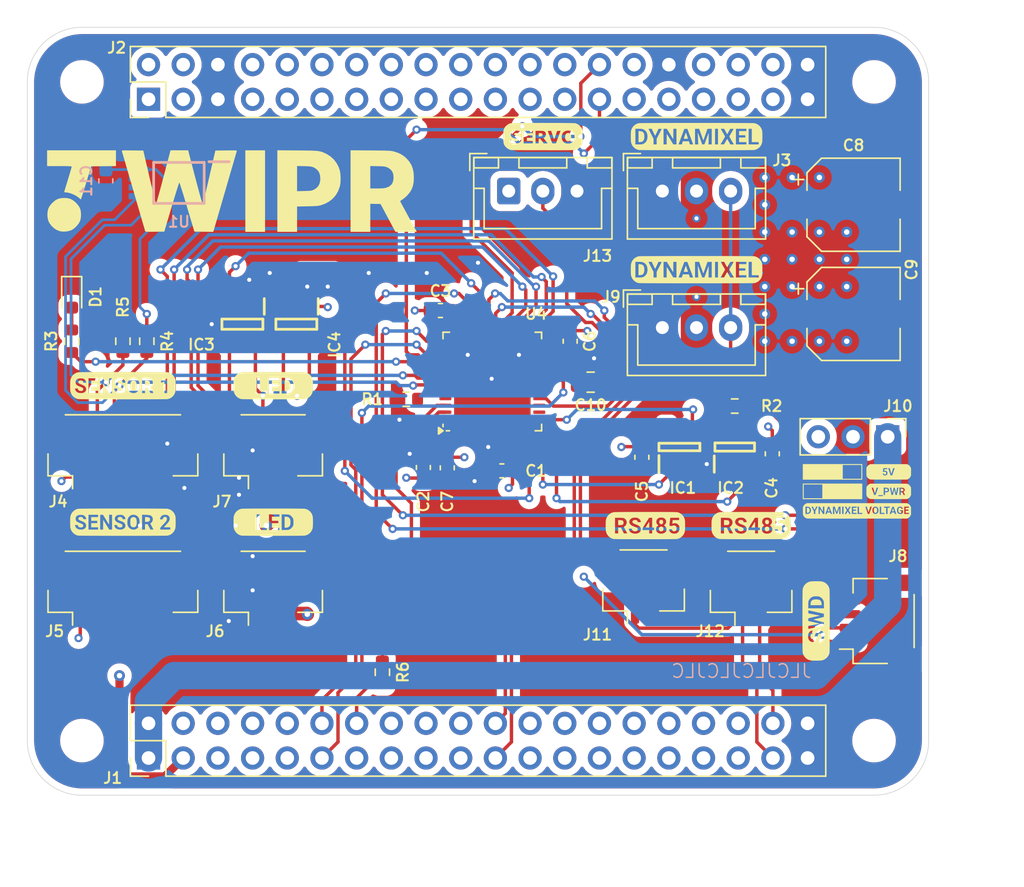
<source format=kicad_pcb>
(kicad_pcb (version 20240108) (generator "pcbnew") (generator_version "8.0")
  (layers (0 "F.Cu" signal) (1 "In1.Cu" power "POWER") (2 "In2.Cu" power "GND") (31 "B.Cu" signal) (34 "B.Paste" user) (35 "F.Paste" user) (36 "B.SilkS" user "B.Silkscreen") (37 "F.SilkS" user "F.Silkscreen") (38 "B.Mask" user) (39 "F.Mask" user) (44 "Edge.Cuts" user))
  (net 0 "")
  (net 1 "PD4")
  (net 2 "RS485_1_B")
  (net 3 "GND")
  (net 4 "RS485_1_A")
  (net 5 "PE7 (UART7_RX)")
  (net 6 "+3V3")
  (net 7 "V_PWR")
  (net 8 "+5V")
  (net 9 "PE8 (UART7_TX)")
  (net 10 "CM4_SCL1")
  (net 11 "CM4_SDA1")
  (net 12 "PWM_NEOPIXEL_2")
  (net 13 "PWM_NEOPIXEL_1")
  (net 14 "SWCLK")
  (net 15 "SWDIO")
  (net 16 "DYNAMIXEL_DIR")
  (net 17 "DYNAMIXEL_DATA")
  (net 18 "DYNAMIXEL_RX")
  (net 19 "DYNAMIXEL_TX")
  (net 20 "SDA")
  (net 21 "SCL")
  (net 22 "XSHUT_SENSOR_1")
  (net 23 "GPIO1_SENSOR_1")
  (net 24 "XSHUT_SENSOR_2")
  (net 25 "GPIO1_SENSOR_2")
  (net 26 "Net-(D1-A)")
  (net 27 "USER_LED")
  (net 28 "V_DYNAMIXEL")
  (net 33 "SERVO_PWM")
  (net 45 "Net-(U4-BOOT0)")
  (net 46 "SDA_MAINBOARD")
  (net 47 "SCL_MAINBOARD")
  (net 48 "Net-(U4-VCAP1)")
  (net 49 "INT_MAINBOARD")
  (net 50 "Net-(IC3-B)")
  (net 51 "Net-(IC4-B)")
  (footprint "Connector_PinHeader_2.54mm:PinHeader_2x20_P2.54mm_Vertical" (layer "F.Cu") (at 95.875 72.275 90)
    (property "Reference" "J2")
    (property "Value" "RPI_CONN")
  )
  (footprint "MountingHole:MountingHole_2.7mm_M2.5_DIN965" (layer "F.Cu") (at 91 71)
    (property "Reference" "H1" (hide yes))
    (property "Value" "MountingHole")
  )
  (footprint "Package_DFN_QFN:QFN-48-1EP_7x7mm_P0.5mm_EP5.6x5.6mm" (layer "F.Cu") (at 121.05 92.95 90)
    (property "Reference" "U4")
    (property "Value" "STM32F411CEUx")
  )
  (footprint "Connector_JST:JST_XH_B3B-XH-A_1x03_P2.50mm_Vertical" (layer "F.Cu") (at 133.5 79)
    (property "Reference" "J3")
    (property "Value" "Dynamixel_1")
  )
  (footprint "descriptors:dynamixel_voltage" (layer "F.Cu") (at 147.75 101)
    (property "Reference" "G***" (hide yes))
    (property "Value" "LOGO" (hide yes))
  )
  (footprint "downloaded_parts:SOT95P280X145-5N" (layer "F.Cu") (at 138.8 97.75 90)
    (property "Reference" "IC2")
    (property "Value" "SN74LVC1G126DBVR" (hide yes))
  )
  (footprint "descriptors:servo" (layer "F.Cu") (at 124.75 75)
    (property "Reference" "G***" (hide yes))
    (property "Value" "LOGO" (hide yes))
  )
  (footprint "Capacitor_SMD:CP_Elec_6.3x5.2" (layer "F.Cu") (at 147.5 88)
    (property "Reference" "C9")
    (property "Value" "47uF")
  )
  (footprint "LED_SMD:LED_0603_1608Metric" (layer "F.Cu") (at 90.25 86.75 -90)
    (property "Reference" "D1")
    (property "Value" "USER_LED")
  )
  (footprint "descriptors:led" (layer "F.Cu") (at 105 103.25)
    (property "Reference" "G***" (hide yes))
    (property "Value" "LOGO" (hide yes))
  )
  (footprint "Resistor_SMD:R_0603_1608Metric" (layer "F.Cu") (at 114.75 94.25)
    (property "Reference" "R1")
    (property "Value" "10k")
  )
  (footprint "descriptors:sensor_1" (layer "F.Cu") (at 94 93.25)
    (property "Reference" "G***" (hide yes))
    (property "Value" "LOGO" (hide yes))
  )
  (footprint "Capacitor_SMD:C_0603_1608Metric" (layer "F.Cu") (at 126.75 90 -90)
    (property "Reference" "C6")
    (property "Value" "100n")
  )
  (footprint "MountingHole:MountingHole_2.7mm_M2.5_DIN965" (layer "F.Cu") (at 91 119.26)
    (property "Reference" "H3" (hide yes))
    (property "Value" "MountingHole")
  )
  (footprint "downloaded_parts:SOT95P275X110-5N" (layer "F.Cu") (at 134.75 97.75 90)
    (property "Reference" "IC1")
    (property "Value" "74LVC1G125GV,125" (hide yes))
  )
  (footprint "MountingHole:MountingHole_2.7mm_M2.5_DIN965" (layer "F.Cu") (at 149 71)
    (property "Reference" "H2" (hide yes))
    (property "Value" "MountingHole")
  )
  (footprint "Capacitor_SMD:C_0805_2012Metric" (layer "F.Cu") (at 128.25 93 180)
    (property "Reference" "C10")
    (property "Value" "4u7")
  )
  (footprint "Capacitor_SMD:C_0603_1608Metric" (layer "F.Cu") (at 121.75 99.5 180)
    (property "Reference" "C1")
    (property "Value" "100n")
  )
  (footprint "Resistor_SMD:R_0603_1608Metric" (layer "F.Cu") (at 113 114.25 90)
    (property "Reference" "R6")
    (property "Value" "1k")
  )
  (footprint "Capacitor_SMD:CP_Elec_6.3x5.2" (layer "F.Cu") (at 147.5 80)
    (property "Reference" "C8")
    (property "Value" "47uF")
  )
  (footprint "Connector_JST:JST_GH_BM06B-GHS-TBT_1x06-1MP_P1.25mm_Vertical" (layer "F.Cu") (at 94 108)
    (property "Reference" "J5")
    (property "Value" "DISTANCE_SENSOR_2")
  )
  (footprint "Connector_JST:JST_GH_BM02B-GHS-TBT_1x02-1MP_P1.25mm_Vertical" (layer "F.Cu") (at 132.125 107.9)
    (property "Reference" "J11")
    (property "Value" "RS485_1")
  )
  (footprint "Connector_JST:JST_GH_BM02B-GHS-TBT_1x02-1MP_P1.25mm_Vertical" (layer "F.Cu") (at 140 108)
    (property "Reference" "J12")
    (property "Value" "RS485_2")
  )
  (footprint "Resistor_SMD:R_0603_1608Metric" (layer "F.Cu") (at 94 90 90)
    (property "Reference" "R5")
    (property "Value" "4k7")
  )
  (footprint "descriptors:dynamixel" (layer "F.Cu") (at 136 84.75)
    (property "Reference" "G***" (hide yes))
    (property "Value" "LOGO" (hide yes))
  )
  (footprint "descriptors:swd" (layer "F.Cu") (at 144.75 110.5 90)
    (property "Reference" "G***" (hide yes))
    (property "Value" "LOGO" (hide yes))
  )
  (footprint "descriptors:rs485" (layer "F.Cu") (at 132.25 103.5)
    (property "Reference" "G***" (hide yes))
    (property "Value" "LOGO" (hide yes))
  )
  (footprint "Capacitor_SMD:C_0603_1608Metric" (layer "F.Cu") (at 116 99.25 90)
    (property "Reference" "C2")
    (property "Value" "100n")
  )
  (footprint "Resistor_SMD:R_0603_1608Metric" (layer "F.Cu") (at 90.25 90 90)
    (property "Reference" "R3")
    (property "Value" "1k")
  )
  (footprint "Resistor_SMD:R_0603_1608Metric" (layer "F.Cu") (at 138.8 94.75 180)
    (property "Reference" "R2")
    (property "Value" "10k")
  )
  (footprint "Connector_JST:JST_XH_B3B-XH-A_1x03_P2.50mm_Vertical" (layer "F.Cu") (at 133.5 89)
    (property "Reference" "J9")
    (property "Value" "Dynamixel_2")
  )
  (footprint "Connector_PinHeader_2.54mm:PinHeader_1x03_P2.54mm_Vertical" (layer "F.Cu") (at 150 97 -90)
    (property "Reference" "J10")
    (property "Value" "JUMPER_V_DYNAMIXEL")
  )
  (footprint "descriptors:sensor_2" (layer "F.Cu") (at 94 103.25)
    (property "Reference" "G***" (hide yes))
    (property "Value" "LOGO" (hide yes))
  )
  (footprint "Capacitor_SMD:C_0603_1608Metric" (layer "F.Cu") (at 132 98.5 -90)
    (property "Reference" "C5")
    (property "Value" "100n")
  )
  (footprint "descriptors:rs485" (layer "F.Cu") (at 140 103.5)
    (property "Reference" "G***" (hide yes))
    (property "Value" "LOGO" (hide yes))
  )
  (footprint "descriptors:led" (layer "F.Cu") (at 105 93.25)
    (property "Reference" "G***" (hide yes))
    (property "Value" "LOGO" (hide yes))
  )
  (footprint "Connector_JST:JST_GH_BM03B-GHS-TBT_1x03-1MP_P1.25mm_Vertical" (layer "F.Cu") (at 105 98)
    (property "Reference" "J7")
    (property "Value" "RGB_1")
  )
  (footprint "Connector_JST:JST_GH_BM03B-GHS-TBT_1x03-1MP_P1.25mm_Vertical" (layer "F.Cu") (at 105 108)
    (property "Reference" "J6")
    (property "Value" "RGB_2")
  )
  (footprint "Capacitor_SMD:C_0603_1608Metric" (layer "F.Cu") (at 117.75 99.275 -90)
    (property "Reference" "C7")
    (property "Value" "100n")
  )
  (footprint "descriptors:dynamixel" (layer "F.Cu") (at 136 75)
    (property "Reference" "G***" (hide yes))
    (property "Value" "LOGO" (hide yes))
  )
  (footprint "downloaded_parts:JST_SH_SM04B-SRSS-TB_1x04-1MP_P1.00mm_Horizontal" (layer "F.Cu") (at 149.25 110.5 90)
    (property "Reference" "J8")
    (property "Value" "LED-DRIVER_SWD")
  )
  (footprint "Connector_PinHeader_2.54mm:PinHeader_2x20_P2.54mm_Vertical" (layer "F.Cu") (at 95.875 120.535 90)
    (property "Reference" "J1")
    (property "Value" "MCU_CONN")
  )
  (footprint "Capacitor_SMD:C_0603_1608Metric" (layer "F.Cu") (at 141.55 98.25 -90)
    (property "Reference" "C4")
    (property "Value" "100n")
  )
  (footprint "downloaded_parts:SOT95P285X140-6N" (layer "F.Cu") (at 102.75 88.75 -90)
    (property "Reference" "IC3")
    (property "Value" "74LVC1T45W6-7" (hide yes))
  )
  (footprint "Connector_JST:JST_XH_B3B-XH-A_1x03_P2.50mm_Vertical" (layer "F.Cu") (at 122.25 79)
    (property "Reference" "J13")
    (property "Value" "SERVO CONN")
  )
  (footprint "downloaded_parts:SOT95P285X140-6N" (layer "F.Cu") (at 106.7 88.75 -90)
    (property "Reference" "IC4")
    (property "Value" "74LVC1T45W6-7" (hide yes))
  )
  (footprint "Resistor_SMD:R_0603_1608Metric" (layer "F.Cu") (at 95.75 90 90)
    (property "Reference" "R4")
    (property "Value" "4k7")
  )
  (footprint "MountingHole:MountingHole_2.7mm_M2.5_DIN965" (layer "F.Cu") (at 149 119.26)
    (property "Reference" "H4" (hide yes))
    (property "Value" "MountingHole")
  )
  (footprint "descriptors:twipr_6mm" (layer "F.Cu") (at 102 79)
    (property "Reference" "G***" (hide yes))
    (property "Value" "LOGO" (hide yes))
  )
  (footprint "Connector_JST:JST_GH_BM06B-GHS-TBT_1x06-1MP_P1.25mm_Vertical" (layer "F.Cu") (at 94 98)
    (property "Reference" "J4")
    (property "Value" "DISTANCE_SENSOR_1")
  )
  (footprint "Capacitor_SMD:C_0603_1608Metric" (layer "F.Cu") (at 117.25 87.75)
    (property "Reference" "C3")
    (property "Value" "100n")
  )
  (footprint "downloaded_parts:SOP65P640X120-8N" (layer "B.Cu") (at 98.1 78.4 180)
    (property "Reference" "U1")
    (property "Value" "M24512-DFDW6TP" (hide yes))
  )
  (footprint "Capacitor_SMD:C_0603_1608Metric" (layer "B.Cu") (at 92.75 78.25 -90)
    (property "Reference" "C11")
    (property "Value" "100n")
  )
  (gr_arc (start 153 119.26) (mid 151.828427 122.088427) (end 149 123.26) (stroke (width 0.05)) (layer "Edge.Cuts"))
  (gr_line (start 91 67) (end 149 67) (stroke (width 0.05)) (layer "Edge.Cuts"))
  (gr_line (start 149 123.26) (end 91 123.26) (stroke (width 0.05)) (layer "Edge.Cuts"))
  (gr_arc (start 91 123.26) (mid 88.171573 122.088427) (end 87 119.26) (stroke (width 0.05)) (layer "Edge.Cuts"))
  (gr_arc (start 149 67) (mid 151.828427 68.171573) (end 153 71) (stroke (width 0.05)) (layer "Edge.Cuts"))
  (gr_line (start 87 119.26) (end 87 71) (stroke (width 0.05)) (layer "Edge.Cuts"))
  (gr_line (start 153 71) (end 153 119.26) (stroke (width 0.05)) (layer "Edge.Cuts"))
  (gr_arc (start 87 71) (mid 88.171573 68.171573) (end 91 67) (stroke (width 0.05)) (layer "Edge.Cuts"))
  (gr_text "JLCJLCJLCJLC" (at 144.5 114.75 0) (layer "B.SilkS") (effects (font (size 1 1) (thickness 0.1)) (justify left bottom mirror)))
  (segment (start 113 115.075) (end 112.175 115.075) (width 0.25) (layer "F.Cu") (net 1))
  (segment (start 112.175 115.075) (end 111.115 116.135) (width 0.25) (layer "F.Cu") (net 1))
  (segment (start 111.115 116.135) (end 111.115 117.995) (width 0.25) (layer "F.Cu") (net 1))
  (segment (start 140.625 109.95) (end 140.625 114.625) (width 0.25) (layer "F.Cu") (net 2))
  (segment (start 140.625 109.100001) (end 140.299999 108.775) (width 0.25) (layer "F.Cu") (net 2))
  (segment (start 133.825 108.775) (end 132.75 109.85) (width 0.25) (layer "F.Cu") (net 2))
  (segment (start 141.595 115.595) (end 141.595 117.995) (width 0.25) (layer "F.Cu") (net 2))
  (segment (start 140.299999 108.775) (end 133.825 108.775) (width 0.25) (layer "F.Cu") (net 2))
  (segment (start 140.625 109.95) (end 140.625 109.100001) (width 0.25) (layer "F.Cu") (net 2))
  (segment (start 140.625 114.625) (end 141.595 115.595) (width 0.25) (layer "F.Cu") (net 2))
  (segment (start 116 96.32526) (end 116 98.475) (width 0.25) (layer "F.Cu") (net 3))
  (segment (start 117.12526 95.2) (end 116 96.32526) (width 0.25) (layer "F.Cu") (net 3))
  (segment (start 141.55 99.025) (end 139.775 99.025) (width 0.25) (layer "F.Cu") (net 3))
  (segment (start 117.6125 95.2) (end 117.12526 95.2) (width 0.25) (layer "F.Cu") (net 3))
  (segment (start 121.8 98.675) (end 120.975 99.5) (width 0.25) (layer "F.Cu") (net 3))
  (segment (start 135.7 99) (end 136.75 99) (width 0.25) (layer "F.Cu") (net 3))
  (segment (start 118.8 88.525) (end 118.025 87.75) (width 0.25) (layer "F.Cu") (net 3))
  (segment (start 124.4875 90.7) (end 126.675 90.7) (width 0.25) (layer "F.Cu") (net 3))
  (segment (start 121.8 96.3875) (end 121.8 98.675) (width 0.25) (layer "F.Cu") (net 3))
  (segment (start 118.8 89.5125) (end 118.8 88.525) (width 0.25) (layer "F.Cu") (net 3))
  (via (at 115 98.25) (size 0.6) (drill 0.3) (layers "F.Cu" "B.Cu") (net 3))
  (via (at 102.5 100) (size 0.6) (drill 0.3) (layers "F.Cu" "B.Cu") (net 3))
  (via (at 120 84.25) (size 0.6) (drill 0.3) (layers "F.Cu" "B.Cu") (net 3))
  (via (at 136.75 99) (size 0.6) (drill 0.3) (layers "F.Cu" "B.Cu") (net 3))
  (via (at 104.75 85) (size 0.6) (drill 0.3) (layers "F.Cu" "B.Cu") (net 3))
  (via (at 116.25 85) (size 0.6) (drill 0.3) (layers "F.Cu" "B.Cu") (net 3))
  (via (at 107.5 86) (size 0.6) (drill 0.3) (layers "F.Cu" "B.Cu") (net 3))
  (via (at 119.25 91) (size 0.6) (drill 0.3) (layers "F.Cu" "B.Cu") (net 3))
  (via (at 103.5 108.25) (size 0.6) (drill 0.3) (layers "F.Cu" "B.Cu") (net 3))
  (via (at 114.25 95.75) (size 0.6) (drill 0.3) (layers "F.Cu" "B.Cu") (net 3))
  (via (at 121 92.75) (size 0.6) (drill 0.3) (layers "F.Cu" "B.Cu") (net 3))
  (via (at 102.25 103.5) (size 0.6) (drill 0.3) (layers "F.Cu" "B.Cu") (net 3))
  (via (at 103.25 85.5) (size 0.6) (drill 0.3) (layers "F.Cu" "B.Cu") (net 3))
  (via (at 120.75 97.75) (size 0.6) (drill 0.3) (layers "F.Cu" "B.Cu") (net 3))
  (via (at 119.75 100.25) (size 0.6) (drill 0.3) (layers "F.Cu" "B.Cu") (net 3))
  (via (at 95.25 103.5) (size 0.6) (drill 0.3) (layers "F.Cu" "B.Cu") (net 3))
  (via (at 101.75 110.5) (size 0.6) (drill 0.3) (layers "F.Cu" "B.Cu") (net 3))
  (via (at 102.5 101.25) (size 0.6) (drill 0.3) (layers "F.Cu" "B.Cu") (net 3))
  (via (at 128.5 91.25) (size 0.6) (drill 0.3) (layers "F.Cu" "B.Cu") (net 3))
  (via (at 103.5 105.75) (size 0.6) (drill 0.3) (layers "F.Cu" "B.Cu") (net 3))
  (via (at 112 85) (size 0.6) (drill 0.3) (layers "F.Cu" "B.Cu") (net 3))
  (via (at 109 86) (size 0.6) (drill 0.3) (layers "F.Cu" "B.Cu") (net 3))
  (via (at 100.5 88.75) (size 0.6) (drill 0.3) (layers "F.Cu" "B.Cu") (net 3))
  (via (at 123 91) (size 0.6) (drill 0.3) (layers "F.Cu" "B.Cu") (net 3))
  (via (at 103.5 98) (size 0.6) (drill 0.3) (layers "F.Cu" "B.Cu") (net 3))
  (via (at 98.5 100.75) (size 0.6) (drill 0.3) (layers "F.Cu" "B.Cu") (net 3))
  (via (at 97.25 97.5) (size 0.6) (drill 0.3) (layers "F.Cu" "B.Cu") (net 3))
  (segment (start 139.375 109.95) (end 138.3 111.025) (width 0.25) (layer "F.Cu") (net 4))
  (segment (start 141.595 120.535) (end 140.42 119.36) (width 0.25) (layer "F.Cu") (net 4))
  (segment (start 131.775 111.025) (end 131.5 110.75) (width 0.25) (layer "F.Cu") (net 4))
  (segment (start 131.5 110.75) (end 131.5 109.85) (width 0.25) (layer "F.Cu") (net 4))
  (segment (start 138.3 111.025) (end 131.775 111.025) (width 0.25) (layer "F.Cu") (net 4))
  (segment (start 139.375 114.011396) (end 139.375 109.95) (width 0.25) (layer "F.Cu") (net 4))
  (segment (start 140.42 115.056396) (end 139.375 114.011396) (width 0.25) (layer "F.Cu") (net 4))
  (segment (start 140.42 119.36) (end 140.42 115.056396) (width 0.25) (layer "F.Cu") (net 4))
  (segment (start 127.05 97.813604) (end 127.05 105.563604) (width 0.25) (layer "F.Cu") (net 5))
  (segment (start 122 117.27) (end 121.275 117.995) (width 0.25) (layer "F.Cu") (net 5))
  (segment (start 121.3 87.95) (end 121.75 87.5) (width 0.25) (layer "F.Cu") (net 5))
  (segment (start 131.05 93.813604) (end 127.05 97.813604) (width 0.25) (layer "F.Cu") (net 5))
  (segment (start 128.25 88) (end 128.363604 88) (width 0.25) (layer "F.Cu") (net 5))
  (segment (start 121.3 89.5125) (end 121.3 87.95) (width 0.25) (layer "F.Cu") (net 5))
  (segment (start 128.363604 88) (end 131.05 90.686396) (width 0.25) (layer "F.Cu") (net 5))
  (segment (start 131.05 90.686396) (end 131.05 93.813604) (width 0.25) (layer "F.Cu") (net 5))
  (segment (start 122 110.613604) (end 122 117.27) (width 0.25) (layer "F.Cu") (net 5))
  (segment (start 127.05 105.563604) (end 122 110.613604) (width 0.25) (layer "F.Cu") (net 5))
  (via (at 128.25 88) (size 0.6) (drill 0.3) (layers "F.Cu" "B.Cu") (net 5))
  (via (at 121.75 87.5) (size 0.6) (drill 0.3) (layers "F.Cu" "B.Cu") (net 5))
  (segment (start 127.75 87.5) (end 128.25 88) (width 0.25) (layer "B.Cu") (net 5))
  (segment (start 121.75 87.5) (end 127.75 87.5) (width 0.25) (layer "B.Cu") (net 5))
  (segment (start 117 96.3125) (end 117 99) (width 0.25) (layer "F.Cu") (net 6))
  (segment (start 118.3 89.5125) (end 118.0375 89.25) (width 0.25) (layer "F.Cu") (net 6))
  (segment (start 107.65 88.7) (end 106.7 89.65) (width 0.25) (layer "F.Cu") (net 6))
  (segment (start 107.65 87.45) (end 107.65 88.7) (width 0.25) (layer "F.Cu") (net 6))
  (segment (start 90.875 99.95) (end 89.8 99.95) (width 0.25) (layer "F.Cu") (net 6))
  (segment (start 125.05 90.2) (end 126.025 89.225) (width 0.25) (layer "F.Cu") (net 6))
  (segment (start 126.025 89.225) (end 126.75 89.225) (width 0.25) (layer "F.Cu") (net 6))
  (segment (start 103.7 88.7) (end 102.75 89.65) (width 0.25) (layer "F.Cu") (net 6))
  (segment (start 122.3 96.3875) (end 122.3 99.275) (width 0.25) (layer "F.Cu") (net 6))
  (segment (start 117.75 96.9375) (end 117.75 98.5) (width 0.25) (layer "F.Cu") (net 6))
  (segment (start 90.875 111.625) (end 90.75 111.75) (width 0.25) (layer "F.Cu") (net 6))
  (segment (start 116 100.025) (end 114.775 100.025) (width 0.25) (layer "F.Cu") (net 6))
  (segment (start 114.775 100.025) (end 114.75 100) (width 0.25) (layer "F.Cu") (net 6))
  (segment (start 132 97.725) (end 130.525 97.725) (width 0.25) (layer "F.Cu") (net 6))
  (segment (start 95.75 89.175) (end 95.75 88) (width 0.25) (layer "F.Cu") (net 6))
  (segment (start 118.3 96.3875) (end 117.75 96.9375) (width 0.25) (layer "F.Cu") (net 6))
  (segment (start 108.95 87.45) (end 109 87.5) (width 0.25) (layer "F.Cu") (net 6))
  (segment (start 93.75 121.5) (end 93.75 114.5) (width 0.6) (layer "F.Cu") (net 6))
  (segment (start 106.225 89) (end 106.7 89.475) (width 0.25) (layer "F.Cu") (net 6))
  (segment (start 117.6125 95.7) (end 117 96.3125) (width 0.25) (layer "F.Cu") (net 6))
  (segment (start 106.7 89.475) (end 106.7 90.05) (width 0.25) (layer "F.Cu") (net 6))
  (segment (start 117 89.25) (end 116.475 88.725) (width 0.25) (layer "F.Cu") (net 6))
  (segment (start 127.975 89.225) (end 128 89.25) (width 0.25) (layer "F.Cu") (net 6))
  (segment (start 94.135 121.885) (end 93.75 121.5) (width 0.6) (layer "F.Cu") (net 6))
  (segment (start 95.75 89.175) (end 94 89.175) (width 0.25) (layer "F.Cu") (net 6))
  (segment (start 122.525 99.5) (end 122.525 100.475) (width 0.25) (layer "F.Cu") (net 6))
  (segment (start 133.8 96.5) (end 133.225 96.5) (width 0.25) (layer "F.Cu") (net 6))
  (segment (start 103.7 88.45) (end 104.25 89) (width 0.25) (layer "F.Cu") (net 6))
  (segment (start 90.875 109.95) (end 90.875 111.625) (width 0.25) (layer "F.Cu") (net 6))
  (segment (start 103.7 87.45) (end 103.7 88.45) (width 0.25) (layer "F.Cu") (net 6))
  (segment (start 116.475 87.75) (end 115.375 87.75) (width 0.25) (layer "F.Cu") (net 6))
  (segment (start 126.75 89.225) (end 127.975 89.225) (width 0.25) (layer "F.Cu") (net 6))
  (segment (start 130.525 97.725) (end 130.5 97.75) (width 0.25) (layer "F.Cu") (net 6))
  (segment (start 97.065 121.885) (end 94.135 121.885) (width 0.6) (layer "F.Cu") (net 6))
  (segment (start 145.75 112) (end 145.25 111.5) (width 0.25) (layer "F.Cu") (net 6))
  (segment (start 107.65 87.45) (end 108.95 87.45) (width 0.25) (layer "F.Cu") (net 6))
  (segment (start 89.8 99.95) (end 89.5 100.25) (width 0.25) (layer "F.Cu") (net 6))
  (segment (start 118.0375 89.25) (end 117 89.25) (width 0.25) (layer "F.Cu") (net 6))
  (segment (start 116.475 88.725) (end 116.475 87.75) (width 0.25) (layer "F.Cu") (net 6))
  (segment (start 98.415 120.535) (end 97.065 121.885) (width 0.6) (layer "F.Cu") (net 6))
  (segment (start 104.25 89) (end 106.225 89) (width 0.25) (layer "F.Cu") (net 6))
  (segment (start 103.7 87.45) (end 103.7 88.7) (width 0.25) (layer "F.Cu") (net 6))
  (segment (start 147.25 112) (end 145.75 112) (width 0.25) (layer "F.Cu") (net 6))
  (segment (start 122.525 100.475) (end 122.25 100.75) (width 0.25) (layer "F.Cu") (net 6))
  (segment (start 117.75 98.5) (end 119 98.5) (width 0.25) (layer "F.Cu") (net 6))
  (segment (start 117 99) (end 116 100) (width 0.25) (layer "F.Cu") (net 6))
  (segment (start 124.4875 90.2) (end 125.05 90.2) (width 0.25) (layer "F.Cu") (net 6))
  (segment (start 133.225 96.5) (end 132 97.725) (width 0.25) (layer "F.Cu") (net 6))
  (via (at 119 98.5) (size 0.6) (drill 0.3) (layers "F.Cu" "B.Cu") (net 6))
  (via (at 109 87.5) (size 0.6) (drill 0.3) (layers "F.Cu" "B.Cu") (net 6))
  (via (at 128 89.25) (size 0.6) (drill 0.3) (layers "F.Cu" "B.Cu") (net 6))
  (via (at 115.375 87.75) (size 0.6) (drill 0.3) (layers "F.Cu" "B.Cu") (net 6))
  (via (at 93.75 114.5) (size 0.8) (drill 0.4) (layers "F.Cu" "B.Cu") (net 6))
  (via (at 89.5 100.25) (size 0.6) (drill 0.3) (layers "F.Cu" "B.Cu") (net 6))
  (via (at 122.25 100.75) (size 0.6) (drill 0.3) (layers "F.Cu" "B.Cu") (net 6))
  (via (at 130.5 97.75) (size 0.6) (drill 0.3) (layers "F.Cu" "B.Cu") (net 6))
  (via (at 145.25 111.5) (size 0.6) (drill 0.3) (layers "F.Cu" "B.Cu") (net 6))
  (via (at 90.75 111.75) (size 0.6) (drill 0.3) (layers "F.Cu" "B.Cu") (net 6))
  (via (at 114.75 100) (size 0.6) (drill 0.3) (layers "F.Cu" "B.Cu") (net 6))
  (via (at 95.75 88) (size 0.6) (drill 0.3) (layers "F.Cu" "B.Cu") (net 6))
  (via (at 127.75 107.25) (size 0.6) (drill 0.3) (layers "F.Cu" "B.Cu") (net 6))
  (segment (start 95.25 87.5) (end 95.25 82.5) (width 0.2) (layer "B.Cu") (net 6))
  (segment (start 127.75 107.25) (end 132 111.5) (width 0.25) (layer "B.Cu") (net 6))
  (segment (start 97 80.75) (end 97 78) (width 0.2) (layer "B.Cu") (net 6))
  (segment (start 97 78) (end 96.425 77.425) (width 0.2) (layer "B.Cu") (net 6))
  (segment (start 132 111.5) (end 145.25 111.5) (width 0.25) (layer "B.Cu") (net 6))
  (segment (start 95.162 77.425) (end 92.8 77.425) (width 0.2) (layer "B.Cu") (net 6))
  (segment (start 95.75 88) (end 95.25 87.5) (width 0.2) (layer "B.Cu") (net 6))
  (segment (start 92.8 77.425) (end 92.75 77.475) (width 0.2) (layer "B.Cu") (net 6))
  (segment (start 95.25 82.5) (end 97 80.75) (width 0.2) (layer "B.Cu") (net 6))
  (segment (start 96.425 77.425) (end 95.162 77.425) (width 0.2) (layer "B.Cu") (net 6))
  (segment (start 144.75 114.5) (end 97.75 114.5) (width 2) (layer "B.Cu") (net 7))
  (segment (start 95.875 120.535) (end 95.875 117.995) (width 2) (layer "B.Cu") (net 7))
  (segment (start 95.875 116.375) (end 95.875 117.995) (width 2) (layer "B.Cu") (net 7))
  (segment (start 150 109.25) (end 144.75 114.5) (width 2) (layer "B.Cu") (net 7))
  (segment (start 97.75 114.5) (end 95.875 116.375) (width 2) (layer "B.Cu") (net 7))
  (segment (start 150 97) (end 150 109.25) (width 2) (layer "B.Cu") (net 7))
  (segment (start 137.85 96.5) (end 138.775 97.425) (width 0.25) (layer "F.Cu") (net 8))
  (segment (start 106.25 99.95) (end 106.25 101.75) (width 1) (layer "F.Cu") (net 8))
  (segment (start 106.25 101.75) (end 104.5 103.5) (width 1) (layer "F.Cu") (net 8))
  (segment (start 141.55 96.55) (end 141.25 96.25) (width 0.25) (layer "F.Cu") (net 8))
  (segment (start 138.775 97.425) (end 141.5 97.425) (width 0.25) (layer "F.Cu") (net 8))
  (segment (start 104.25 95.5) (end 104.25 94) (width 0.25) (layer "F.Cu") (net 8))
  (segment (start 103.7 93.45) (end 104.25 94) (width 0.25) (layer "F.Cu") (net 8))
  (segment (start 107.65 93.1) (end 106.75 94) (width 0.25) (layer "F.Cu") (net 8))
  (segment (start 106.25 109.95) (end 107.45 109.95) (width 1) (layer "F.Cu") (net 8))
  (segment (start 103.7 90.05) (end 103.7 93.45) (width 0.25) (layer "F.Cu") (net 8))
  (segment (start 106.25 97.5) (end 104.25 95.5) (width 0.25) (layer "F.Cu") (net 8))
  (segment (start 137.975 94.75) (end 137.975 96.375) (width 0.25) (layer "F.Cu") (net 8))
  (segment (start 141.55 97.475) (end 141.55 96.55) (width 0.25) (layer "F.Cu") (net 8))
  (segment (start 107.65 90.05) (end 107.65 93.1) (width 0.25) (layer "F.Cu") (net 8))
  (segment (start 107.45 109.95) (end 107.5 110) (width 1) (layer "F.Cu") (net 8))
  (segment (start 106.25 99.95) (end 106.25 97.5) (width 0.25) (layer "F.Cu") (net 8))
  (via (at 107.5 110) (size 0.8) (drill 0.4) (layers "F.Cu" "B.Cu") (net 8))
  (via (at 104.25 94) (size 0.6) (drill 0.3) (layers "F.Cu" "B.Cu") (net 8))
  (via (at 104.5 103.5) (size 0.8) (drill 0.4) (layers "F.Cu" "B.Cu") (net 8))
  (via (at 106.75 94) (size 0.6) (drill 0.3) (layers "F.Cu" "B.Cu") (net 8))
  (via (at 141.25 96.25) (size 0.6) (drill 0.3) (layers "F.Cu" "B.Cu") (net 8))
  (segment (start 120.8 86.95) (end 121.25 86.5) (width 0.25) (layer "F.Cu") (net 9))
  (segment (start 131.5 94) (end 127.5 98) (width 0.25) (layer "F.Cu") (net 9))
  (segment (start 131.5 90.5) (end 131.5 94) (width 0.25) (layer "F.Cu") (net 9))
  (segment (start 122.45 110.8) (end 122.45 119.36) (width 0.25) (layer "F.Cu") (net 9))
  (segment (start 120.8 89.5125) (end 120.8 86.95) (width 0.25) (layer "F.Cu") (net 9))
  (segment (start 129.25 88.25) (end 131.5 90.5) (width 0.25) (layer "F.Cu") (net 9))
  (segment (start 122.45 119.36) (end 121.275 120.535) (width 0.25) (layer "F.Cu") (net 9))
  (segment (start 127.5 105.75) (end 122.45 110.8) (width 0.25) (layer "F.Cu") (net 9))
  (segment (start 129.25 87.75) (end 129.25 88.25) (width 0.25) (layer "F.Cu") (net 9))
  (segment (start 127.5 98) (end 127.5 105.75) (width 0.25) (layer "F.Cu") (net 9))
  (via (at 129.25 87.75) (size 0.6) (drill 0.3) (layers "F.Cu" "B.Cu") (net 9))
  (via (at 121.25 86.5) (size 0.6) (drill 0.3) (layers "F.Cu" "B.Cu") (net 9))
  (segment (start 128.55 87.05) (end 129.25 87.75) (width 0.25) (layer "B.Cu") (net 9))
  (segment (start 121.633884 86.5) (end 122.183884 87.05) (width 0.25) (layer "B.Cu") (net 9))
  (segment (start 122.183884 87.05) (end 128.55 87.05) (width 0.25) (layer "B.Cu") (net 9))
  (segment (start 121.25 86.5) (end 121.633884 86.5) (width 0.25) (layer "B.Cu") (net 9))
  (segment (start 127.53 71.1) (end 128.895 69.735) (width 0.25) (layer "F.Cu") (net 10))
  (segment (start 121.8 88.616072) (end 121.8 89.5125) (width 0.25) (layer "F.Cu") (net 10))
  (segment (start 122.5 85) (end 122.5 87.916072) (width 0.25) (layer "F.Cu") (net 10))
  (segment (start 119.5 78) (end 119.5 82) (width 0.25) (layer "F.Cu") (net 10))
  (segment (start 123.25 74.25) (end 119.5 78) (width 0.25) (layer "F.Cu") (net 10))
  (segment (start 122.5 87.916072) (end 121.8 88.616072) (width 0.25) (layer "F.Cu") (net 10))
  (segment (start 119.5 82) (end 122.5 85) (width 0.25) (layer "F.Cu") (net 10))
  (segment (start 127.53 74.97) (end 127.53 71.1) (width 0.25) (layer "F.Cu") (net 10))
  (segment (start 127.5 75) (end 127.53 74.97) (width 0.25) (layer "F.Cu") (net 10))
  (via (at 127.5 75) (size 0.6) (drill 0.3) (layers "F.Cu" "B.Cu") (net 10))
  (via (at 123.25 74.25) (size 0.6) (drill 0.3) (layers "F.Cu" "B.Cu") (net 10))
  (segment (start 123.25 74.25) (end 124 75) (width 0.25) (layer "B.Cu") (net 10))
  (segment (start 124 75) (end 127.5 75) (width 0.25) (layer "B.Cu") (net 10))
  (segment (start 128.895 75.105) (end 128.895 72.275) (width 0.25) (layer "F.Cu") (net 11))
  (segment (start 116.313604 91.7) (end 117.6125 91.7) (width 0.25) (layer "F.Cu") (net 11))
  (segment (start 115.613604 91) (end 116.313604 91.7) (width 0.25) (layer "F.Cu") (net 11))
  (segment (start 127.75 76.25) (end 128.895 75.105) (width 0.25) (layer "F.Cu") (net 11))
  (segment (start 114.75 75.25) (end 114.75 90.75) (width 0.25) (layer "F.Cu") (net 11))
  (segment (start 114.75 90.75) (end 115 91) (width 0.25) (layer "F.Cu") (net 11))
  (segment (start 115 91) (end 115.613604 91) (width 0.25) (layer "F.Cu") (net 11))
  (segment (start 115.5 74.5) (end 114.75 75.25) (width 0.25) (layer "F.Cu") (net 11))
  (via (at 127.75 76.25) (size 0.6) (drill 0.3) (layers "F.Cu" "B.Cu") (net 11))
  (via (at 115.5 74.5) (size 0.6) (drill 0.3) (layers "F.Cu" "B.Cu") (net 11))
  (segment (start 122 74.5) (end 123 75.5) (width 0.25) (layer "B.Cu") (net 11))
  (segment (start 127 75.5) (end 127.75 76.25) (width 0.25) (layer "B.Cu") (net 11))
  (segment (start 115.5 74.5) (end 122 74.5) (width 0.25) (layer "B.Cu") (net 11))
  (segment (start 123 75.5) (end 127 75.5) (width 0.25) (layer "B.Cu") (net 11))
  (segment (start 109.5 84.75) (end 107 84.75) (width 0.25) (layer "F.Cu") (net 12))
  (segment (start 123.75 98.75) (end 123.75 101.5) (width 0.25) (layer "F.Cu") (net 12))
  (segment (start 110.25 85.5) (end 109.5 84.75) (width 0.25) (layer "F.Cu") (net 12))
  (segment (start 107 84.75) (end 105.75 86) (width 0.25) (layer "F.Cu") (net 12))
  (segment (start 122.8 97.8) (end 123.75 98.75) (width 0.25) (layer "F.Cu") (net 12))
  (segment (start 105.75 86) (end 105.75 87.45) (width 0.25) (layer "F.Cu") (net 12))
  (segment (start 122.8 96.3875) (end 122.8 97.8) (width 0.25) (layer "F.Cu") (net 12))
  (segment (start 110.25 99.5) (end 110.25 85.5) (width 0.25) (layer "F.Cu") (net 12))
  (via (at 110.25 99.5) (size 0.6) (drill 0.3) (layers "F.Cu" "B.Cu") (net 12))
  (via (at 123.75 101.5) (size 0.6) (drill 0.3) (layers "F.Cu" "B.Cu") (net 12))
  (segment (start 123.75 101.5) (end 112.25 101.5) (width 0.25) (layer "B.Cu") (net 12))
  (segment (start 112.25 101.5) (end 110.25 99.5) (width 0.25) (layer "B.Cu") (net 12))
  (segment (start 120.3 86.55) (end 119.5 85.75) (width 0.25) (layer "F.Cu") (net 13))
  (segment (start 120.3 89.5125) (end 120.3 86.55) (width 0.25) (layer "F.Cu") (net 13))
  (segment (start 102.25 84.5) (end 101.8 84.95) (width 0.25) (layer "F.Cu") (net 13))
  (segment (start 101.8 84.95) (end 101.8 87.45) (width 0.25) (layer "F.Cu") (net 13))
  (via (at 119.5 85.75) (size 0.6) (drill 0.3) (layers "F.Cu" "B.Cu") (net 13))
  (via (at 102.25 84.5) (size 0.6) (drill 0.3) (layers "F.Cu" "B.Cu") (net 13))
  (segment (start 117.3 83.55) (end 119.5 85.75) (width 0.25) (layer "B.Cu") (net 13))
  (segment (start 103.2 83.55) (end 117.3 83.55) (width 0.25) (layer "B.Cu") (net 13))
  (segment (start 102.25 84.5) (end 103.2 83.55) (width 0.25) (layer "B.Cu") (net 13))
  (segment (start 147.25 110) (end 145.386396 110) (width 0.25) (layer "F.Cu") (net 14))
  (segment (start 115.5 89.25) (end 116.25 90) (width 0.25) (layer "F.Cu") (net 14))
  (segment (start 143.5 102.75) (end 144.75 104) (width 0.25) (layer "F.Cu") (net 14))
  (segment (start 117.4125 90) (end 117.6125 90.2) (width 0.25) (layer "F.Cu") (net 14))
  (segment (start 116.25 90) (end 117.4125 90) (width 0.25) (layer "F.Cu") (net 14))
  (segment (start 113.25 89.25) (end 113 89.5) (width 0.25) (layer "F.Cu") (net 14))
  (segment (start 145.386396 110) (end 144.75 109.363604) (width 0.25) (layer "F.Cu") (net 14))
  (segment (start 113 89.5) (end 113 101.25) (width 0.25) (layer "F.Cu") (net 14))
  (segment (start 144.75 109.363604) (end 144.75 104) (width 0.25) (layer "F.Cu") (net 14))
  (segment (start 142.5 102.75) (end 143.5 102.75) (width 0.25) (layer "F.Cu") (net 14))
  (segment (start 113 101.25) (end 114.5 102.75) (width 0.25) (layer "F.Cu") (net 14))
  (via (at 113.25 89.25) (size 0.6) (drill 0.3) (layers "F.Cu" "B.Cu") (net 14))
  (via (at 142.5 102.75) (size 0.6) (drill 0.3) (layers "F.Cu" "B.Cu") (net 14))
  (via (at 114.5 102.75) (size 0.6) (drill 0.3) (layers "F.Cu" "B.Cu") (net 14))
  (via (at 115.5 89.25) (size 0.6) (drill 0.3) (layers "F.Cu" "B.Cu") (net 14))
  (segment (start 114.5 102.75) (end 142.5 102.75) (width 0.25) (layer "B.Cu") (net 14))
  (segment (start 113.25 89.25) (end 115.5 89.25) (width 0.25) (layer "B.Cu") (net 14))
  (segment (start 119.3 87.2) (end 119.3 89.5125) (width 0.25) (layer "F.Cu") (net 15))
  (segment (start 144.3 104.3) (end 144.3 109.55) (width 0.25) (layer "F.Cu") (net 15))
  (segment (start 112.55 102.55) (end 112.55 87.2) (width 0.25) (layer "F.Cu") (net 15))
  (segment (start 118.25 86.5) (end 118.6 86.5) (width 0.25) (layer "F.Cu") (net 15))
  (segment (start 145.75 111) (end 147.25 111) (width 0.25) (layer "F.Cu") (net 15))
  (segment (start 144.3 109.55) (end 145.75 111) (width 0.25) (layer "F.Cu") (net 15))
  (segment (start 112.55 87.2) (end 113.25 86.5) (width 0.25) (layer "F.Cu") (net 15))
  (segment (start 118.6 86.5) (end 119.3 87.2) (width 0.25) (layer "F.Cu") (net 15))
  (segment (start 113.75 103.75) (end 112.55 102.55) (width 0.25) (layer "F.Cu") (net 15))
  (segment (start 143.75 103.75) (end 144.3 104.3) (width 0.25) (layer "F.Cu") (net 15))
  (segment (start 142.5 103.75) (end 143.75 103.75) (width 0.25) (layer "F.Cu") (net 15))
  (via (at 118.25 86.5) (size 0.6) (drill 0.3) (layers "F.Cu" "B.Cu") (net 15))
  (via (at 142.5 103.75) (size 0.6) (drill 0.3) (layers "F.Cu" "B.Cu") (net 15))
  (via (at 113.75 103.75) (size 0.6) (drill 0.3) (layers "F.Cu" "B.Cu") (net 15))
  (via (at 113.25 86.5) (size 0.6) (drill 0.3) (layers "F.Cu" "B.Cu") (net 15))
  (segment (start 113.75 103.75) (end 142.5 103.75) (width 0.25) (layer "B.Cu") (net 15))
  (segment (start 113.25 86.5) (end 118.25 86.5) (width 0.25) (layer "B.Cu") (net 15))
  (segment (start 137.85 99) (end 136.85 100) (width 0.25) (layer "F.Cu") (net 16))
  (segment (start 134.175 100) (end 133.9625 99.7875) (width 0.25) (layer "F.Cu") (net 16))
  (segment (start 133.8 99.625) (end 133.8 99) (width 0.25) (layer "F.Cu") (net 16))
  (segment (start 133.25 100.5) (end 133.9625 99.7875) (width 0.25) (layer "F.Cu") (net 16))
  (segment (start 133.9625 99.7875) (end 133.8 99.625) (width 0.25) (layer "F.Cu") (net 16))
  (segment (start 124.75 99.113604) (end 123.3 97.663604) (width 0.25) (layer "F.Cu") (net 16))
  (segment (start 136.85 100) (end 134.175 100) (width 0.25) (layer "F.Cu") (net 16))
  (segment (start 124.75 100.5) (end 124.75 99.113604) (width 0.25) (layer "F.Cu") (net 16))
  (segment (start 123.3 97.663604) (end 123.3 96.3875) (width 0.25) (layer "F.Cu") (net 16))
  (via (at 133.25 100.5) (size 0.6) (drill 0.3) (layers "F.Cu" "B.Cu") (net 16))
  (via (at 124.75 100.5) (size 0.6) (drill 0.3) (layers "F.Cu" "B.Cu") (net 16))
  (segment (start 124.75 100.5) (end 133.25 100.5) (width 0.25) (layer "B.Cu") (net 16))
  (segment (start 134.75 98.125) (end 134.875 98) (width 0.25) (layer "F.Cu") (net 17))
  (segment (start 142.034052 98.25) (end 142.5 97.784052) (width 0.25) (layer "F.Cu") (net 17))
  (segment (start 142.5 97.784052) (end 142.5 96.25) (width 0.25) (layer "F.Cu") (net 17))
  (segment (start 134.875 98) (end 140.815948 98) (width 0.25) (layer "F.Cu") (net 17))
  (segment (start 140.815948 98) (end 141.065948 98.25) (width 0.25) (layer "F.Cu") (net 17))
  (segment (start 141 94.75) (end 139.625 94.75) (width 0.25) (layer "F.Cu") (net 17))
  (segment (start 141.065948 98.25) (end 142.034052 98.25) (width 0.25) (layer "F.Cu") (net 17))
  (segment (start 138.5 89) (end 138.5 93.625) (width 0.25) (layer "F.Cu") (net 17))
  (segment (start 134.75 99) (end 134.75 98.125) (width 0.25) (layer "F.Cu") (net 17))
  (segment (start 139.75 96.5) (end 139.75 94.875) (width 0.25) (layer "F.Cu") (net 17))
  (segment (start 138.5 93.625) (end 139.625 94.75) (width 0.25) (layer "F.Cu") (net 17))
  (segment (start 142.5 96.25) (end 141 94.75) (width 0.25) (layer "F.Cu") (net 17))
  (segment (start 138.5 79) (end 138.5 89) (width 0.25) (layer "B.Cu") (net 17))
  (segment (start 126.5 95.75) (end 124.5375 95.75) (width 0.25) (layer "F.Cu") (net 18))
  (segment (start 124.5375 95.75) (end 124.4875 95.7) (width 0.25) (layer "F.Cu") (net 18))
  (segment (start 135.7 96.5) (end 135.7 95.05) (width 0.25) (layer "F.Cu") (net 18))
  (segment (start 135.7 95.05) (end 135.75 95) (width 0.25) (layer "F.Cu") (net 18))
  (via (at 126.5 95.75) (size 0.6) (drill 0.3) (layers "F.Cu" "B.Cu") (net 18))
  (via (at 135.75 95) (size 0.6) (drill 0.3) (layers "F.Cu" "B.Cu") (net 18))
  (segment (start 127.25 95) (end 126.5 95.75) (width 0.25) (layer "B.Cu") (net 18))
  (segment (start 135.75 95) (end 127.25 95) (width 0.25) (layer "B.Cu") (net 18))
  (segment (start 123.8 96.8) (end 123.8 96.3875) (width 0.25) (layer "F.Cu") (net 19))
  (segment (start 125.75 98.75) (end 123.8 96.8) (width 0.25) (layer "F.Cu") (net 19))
  (segment (start 138.8 99) (end 138.8 101.2) (width 0.25) (layer "F.Cu") (net 19))
  (segment (start 138.8 101.2) (end 138.25 101.75) (width 0.25) (layer "F.Cu") (net 19))
  (segment (start 125.75 101.5) (end 125.75 98.75) (width 0.25) (layer "F.Cu") (net 19))
  (via (at 138.25 101.75) (size 0.6) (drill 0.3) (layers "F.Cu" "B.Cu") (net 19))
  (via (at 125.75 101.5) (size 0.6) (drill 0.3) (layers "F.Cu" "B.Cu") (net 19))
  (segment (start 126 101.75) (end 125.75 101.5) (width 0.25) (layer "B.Cu") (net 19))
  (segment (start 138.25 101.75) (end 126 101.75) (width 0.25) (layer "B.Cu") (net 19))
  (segment (start 93.375 93.625) (end 93.375 99.95) (width 0.25) (layer "F.Cu") (net 20))
  (segment (start 93.75 93.25) (end 93.375 93.625) (width 0.25) (layer "F.Cu") (net 20))
  (segment (start 95.75 91.25) (end 95.75 90.825) (width 0.25) (layer "F.Cu") (net 20))
  (segment (start 93.375 99.95) (end 93.375 109.95) (width 0.25) (layer "F.Cu") (net 20))
  (segment (start 115.3 93.2) (end 117.6125 93.2) (width 0.25) (layer "F.Cu") (net 20))
  (segment (start 93.75 93.25) (end 95.75 91.25) (width 0.25) (layer "F.Cu") (net 20))
  (segment (start 115.25 93.25) (end 115.3 93.2) (width 0.25) (layer "F.Cu") (net 20))
  (via (at 115.25 93.25) (size 0.6) (drill 0.3) (layers "F.Cu" "B.Cu") (net 20))
  (via (at 93.75 93.25) (size 0.6) (drill 0.3) (layers "F.Cu" "B.Cu") (net 20))
  (segment (start 89.8 93.6) (end 90.7 94.5) (width 0.2) (layer "B.Cu") (net 20))
  (segment (start 94 93) (end 93.75 93.25) (width 0.25) (layer "B.Cu") (net 20))
  (segment (start 93.4 81.1) (end 92.5 81.1) (width 0.2) (layer "B.Cu") (net 20))
  (segment (start 92.5 94.5) (end 93.75 93.25) (width 0.2) (layer "B.Cu") (net 20))
  (segment (start 114.25 93.25) (end 114 93) (width 0.25) (layer "B.Cu") (net 20))
  (segment (start 89.8 83.8) (end 89.8 93.6) (width 0.2) (layer "B.Cu") (net 20))
  (segment (start 90.7 94.5) (end 92.5 94.5) (width 0.2) (layer "B.Cu") (net 20))
  (segment (start 95.125 79.375) (end 93.4 81.1) (width 0.2) (layer "B.Cu") (net 20))
  (segment (start 115.25 93.25) (end 114.25 93.25) (width 0.25) (layer "B.Cu") (net 20))
  (segment (start 95.162 79.375) (end 95.125 79.375) (width 0.2) (layer "B.Cu") (net 20))
  (segment (start 114 93) (end 94 93) (width 0.25) (layer "B.Cu") (net 20))
  (segment (start 92.5 81.1) (end 89.8 83.8) (width 0.2) (layer "B.Cu") (net 20))
  (segment (start 115.383884 92.5) (end 115.583884 92.7) (width 0.25) (layer "F.Cu") (net 21))
  (segment (start 92.125 99.95) (end 92.125 109.95) (width 0.25) (layer "F.Cu") (net 21))
  (segment (start 92.125 93.625) (end 92.125 99.95) (width 0.25) (layer "F.Cu") (net 21))
  (segment (start 94 90.825) (end 94 91.75) (width 0.25) (layer "F.Cu") (net 21))
  (segment (start 92.75 93) (end 92.125 93.625) (width 0.25) (layer "F.Cu") (net 21))
  (segment (start 114.5 92.5) (end 115.383884 92.5) (width 0.25) (layer "F.Cu") (net 21))
  (segment (start 115.583884 92.7) (end 117.6125 92.7) (width 0.25) (layer "F.Cu") (net 21))
  (segment (start 94 91.75) (end 92.75 93) (width 0.25) (layer "F.Cu") (net 21))
  (via (at 114.5 92.5) (size 0.6) (drill 0.3) (layers "F.Cu" "B.Cu") (net 21))
  (via (at 92.75 93) (size 0.6) (drill 0.3) (layers "F.Cu" "B.Cu") (net 21))
  (segment (start 90.2 83.965686) (end 92.665686 81.5) (width 0.2) (layer "B.Cu") (net 21))
  (segment (start 96.1995 78.825) (end 96.0995 78.725) (width 0.2) (layer "B.Cu") (net 21))
  (segment (start 90.2 92.45) (end 90.2 83.965686) (width 0.2) (layer "B.Cu") (net 21))
  (segment (start 92.665686 81.5) (end 94.5995 81.5) (width 0.2) (layer "B.Cu") (net 21))
  (segment (start 114.5 92.5) (end 93.25 92.5) (width 0.25) (layer "B.Cu") (net 21))
  (segment (start 94.5995 81.5) (end 96.1995 79.9) (width 0.2) (layer "B.Cu") (net 21))
  (segment (start 90.75 93) (end 90.2 92.45) (width 0.2) (layer "B.Cu") (net 21))
  (segment (start 92.75 93) (end 90.75 93) (width 0.2) (layer "B.Cu") (net 21))
  (segment (start 96.1995 79.9) (end 96.1995 78.825) (width 0.2) (layer "B.Cu") (net 21))
  (segment (start 96.0995 78.725) (end 95.162 78.725) (width 0.2) (layer "B.Cu") (net 21))
  (segment (start 93.25 92.5) (end 92.75 93) (width 0.25) (layer "B.Cu") (net 21))
  (segment (start 96.75 84.75) (end 97.25 85.25) (width 0.25) (layer "F.Cu") (net 22))
  (segment (start 123.8 89.5125) (end 125.5 87.8125) (width 0.25) (layer "F.Cu") (net 22))
  (segment (start 94.625 97.238604) (end 94.625 99.95) (width 0.25) (layer "F.Cu") (net 22))
  (segment (start 97.25 94.613604) (end 94.625 97.238604) (width 0.25) (layer "F.Cu") (net 22))
  (segment (start 97.25 85.25) (end 97.25 94.613604) (width 0.25) (layer "F.Cu") (net 22))
  (segment (start 125.5 87.8125) (end 125.5 85.25) (width 0.25) (layer "F.Cu") (net 22))
  (via (at 125.5 85.25) (size 0.6) (drill 0.3) (layers "F.Cu" "B.Cu") (net 22))
  (via (at 96.75 84.75) (size 0.6) (drill 0.3) (layers "F.Cu" "B.Cu") (net 22))
  (segment (start 125.5 85.25) (end 122 81.75) (width 0.25) (layer "B.Cu") (net 22))
  (segment (start 122 81.75) (end 99.75 81.75) (width 0.25) (layer "B.Cu") (net 22))
  (segment (start 99.75 81.75) (end 96.75 84.75) (width 0.25) (layer "B.Cu") (net 22))
  (segment (start 97.75 84.75) (end 97.75 94.75) (width 0.25) (layer "F.Cu") (net 23))
  (segment (start 123.926104 88.75) (end 123.57526 88.75) (width 0.25) (layer "F.Cu") (net 23))
  (segment (start 97.75 94.75) (end 95.875 96.625) (width 0.25) (layer "F.Cu") (net 23))
  (segment (start 125 87.676104) (end 123.926104 88.75) (width 0.25) (layer "F.Cu") (net 23))
  (segment (start 123.57526 88.75) (end 123.3 89.02526) (width 0.25) (layer "F.Cu") (net 23))
  (segment (start 125 85.633885) (end 125 87.676104) (width 0.25) (layer "F.Cu") (net 23))
  (segment (start 124.658056 85.291941) (end 125 85.633885) (width 0.25) (layer "F.Cu") (net 23))
  (segment (start 123.3 89.02526) (end 123.3 89.5125) (width 0.25) (layer "F.Cu") (net 23))
  (segment (start 95.875 96.625) (end 95.875 99.95) (width 0.25) (layer "F.Cu") (net 23))
  (via (at 124.658056 85.291941) (size 0.6) (drill 0.3) (layers "F.Cu" "B.Cu") (net 23))
  (via (at 97.75 84.75) (size 0.6) (drill 0.3) (layers "F.Cu" "B.Cu") (net 23))
  (segment (start 120.97028 82.2) (end 100.3 82.2) (width 0.25) (layer "B.Cu") (net 23))
  (segment (start 124.658056 85.291941) (end 124.062221 85.291941) (width 0.25) (layer "B.Cu") (net 23))
  (segment (start 124.062221 85.291941) (end 120.97028 82.2) (width 0.25) (layer "B.Cu") (net 23))
  (segment (start 100.3 82.2) (end 97.75 84.75) (width 0.25) (layer "B.Cu") (net 23))
  (segment (start 100.25 101.363604) (end 94.625 106.988604) (width 0.25) (layer "F.Cu") (net 24))
  (segment (start 124.25 87.438864) (end 122.8 88.888864) (width 0.25) (layer "F.Cu") (net 24))
  (segment (start 98.699997 85.449997) (end 99 85.75) (width 0.25) (layer "F.Cu") (net 24))
  (segment (start 122.8 88.888864) (end 122.8 89.5125) (width 0.25) (layer "F.Cu") (net 24))
  (segment (start 98.699997 84.75) (end 98.699997 85.449997) (width 0.25) (layer "F.Cu") (net 24))
  (segment (start 124.25 86) (end 124.25 87.438864) (width 0.25) (layer "F.Cu") (net 24))
  (segment (start 94.625 106.988604) (end 94.625 109.95) (width 0.25) (layer "F.Cu") (net 24))
  (segment (start 99 85.75) (end 99 93.386396) (width 0.25) (layer "F.Cu") (net 24))
  (segment (start 100.25 94.636396) (end 100.25 101.363604) (width 0.25) (layer "F.Cu") (net 24))
  (segment (start 99 93.386396) (end 100.25 94.636396) (width 0.25) (layer "F.Cu") (net 24))
  (via (at 98.699997 84.75) (size 0.6) (drill 0.3) (layers "F.Cu" "B.Cu") (net 24))
  (via (at 124.25 86) (size 0.6) (drill 0.3) (layers "F.Cu" "B.Cu") (net 24))
  (segment (start 100.588068 82.65) (end 98.699997 84.538071) (width 0.25) (layer "B.Cu") (net 24))
  (segment (start 124.25 86) (end 124.133884 86) (width 0.25) (layer "B.Cu") (net 24))
  (segment (start 120.783884 82.65) (end 100.588068 82.65) (width 0.25) (layer "B.Cu") (net 24))
  (segment (start 98.699997 84.538071) (end 98.699997 84.75) (width 0.25) (layer "B.Cu") (net 24))
  (segment (start 124.133884 86) (end 120.783884 82.65) (width 0.25) (layer "B.Cu") (net 24))
  (segment (start 99.5 93.25) (end 100.75 94.5) (width 0.25) (layer "F.Cu") (net 25))
  (segment (start 99.5 84.75) (end 99.5 93.25) (width 0.25) (layer "F.Cu") (net 25))
  (segment (start 123.5 87.552468) (end 122.3 88.752468) (width 0.25) (layer "F.Cu") (net 25))
  (segment (start 123.5 86.25) (end 123.5 87.552468) (width 0.25) (layer "F.Cu") (net 25))
  (segment (start 100.75 101.5) (end 95.875 106.375) (width 0.25) (layer "F.Cu") (net 25))
  (segment (start 100.75 94.5) (end 100.75 101.5) (width 0.25) (layer "F.Cu") (net 25))
  (segment (start 122.3 88.752468) (end 122.3 89.5125) (width 0.25) (layer "F.Cu") (net 25))
  (segment (start 95.875 106.375) (end 95.875 109.95) (width 0.25) (layer "F.Cu") (net 25))
  (segment (start 123.25 86) (end 123.5 86.25) (width 0.25) (layer "F.Cu") (net 25))
  (via (at 99.5 84.75) (size 0.6) (drill 0.3) (layers "F.Cu" "B.Cu") (net 25))
  (via (at 123.25 86) (size 0.6) (drill 0.3) (layers "F.Cu" "B.Cu") (net 25))
  (segment (start 120.35 83.1) (end 101.15 83.1) (width 0.25) (layer "B.Cu") (net 25))
  (segment (start 101.15 83.1) (end 99.5 84.75) (width 0.25) (layer "B.Cu") (net 25))
  (segment (start 123.25 86) (end 120.35 83.1) (width 0.25) (layer "B.Cu") (net 25))
  (segment (start 90.25 87.5375) (end 90.25 89.175) (width 0.25) (layer "F.Cu") (net 26))
  (segment (start 117.6125 92.2) (end 115.95 92.2) (width 0.25) (layer "F.Cu") (net 27))
  (segment (start 115.25 91.5) (end 115.95 92.2) (width 0.25) (layer "F.Cu") (net 27))
  (segment (start 90.925 91.5) (end 90.25 90.825) (width 0.25) (layer "F.Cu") (net 27))
  (segment (start 115.25 91.5) (end 114 91.5) (width 0.25) (layer "F.Cu") (net 27))
  (segment (start 92 91.5) (end 90.925 91.5) (width 0.25) (layer "F.Cu") (net 27))
  (via (at 92 91.5) (size 0.6) (drill 0.3) (layers "F.Cu" "B.Cu") (net 27))
  (via (at 114 91.5) (size 0.6) (drill 0.3) (layers "F.Cu" "B.Cu") (net 27))
  (segment (start 114 91.5) (end 92 91.5) (width 0.25) (layer "B.Cu") (net 27))
  (via (at 136 81) (size 0.6) (drill 0.3) (layers "F.Cu" "B.Cu") (net 28))
  (via (at 147 84) (size 0.8) (drill 0.4) (layers "F.Cu" "B.Cu") (net 28))
  (via (at 143 78) (size 0.8) (drill 0.4) (layers "F.Cu" "B.Cu") (net 28))
  (via (at 141 80) (size 0.8) (drill 0.4) (layers "F.Cu" "B.Cu") (net 28))
  (via (at 141 84) (size 0.8) (drill 0.4) (layers "F.Cu" "B.Cu") (net 28))
  (via (at 145 90) (size 0.8) (drill 0.4) (layers "F.Cu" "B.Cu") (net 28))
  (via (at 143 84) (size 0.8) (drill 0.4) (layers "F.Cu" "B.Cu") (net 28))
  (via (at 145 84) (size 0.8) (drill 0.4) (layers "F.Cu" "B.Cu") (net 28))
  (via (at 143 90) (size 0.8) (drill 0.4) (layers "F.Cu" "B.Cu") (net 28))
  (via (at 147 86) (size 0.8) (drill 0.4) (layers "F.Cu" "B.Cu") (net 28))
  (via (at 136 86.75) (size 0.6) (drill 0.3) (layers "F.Cu" "B.Cu") (net 28))
  (via (at 143 82) (size 0.8) (drill 0.4) (layers "F.Cu" "B.Cu") (net 28))
  (via (at 145 82) (size 0.8) (drill 0.4) (layers "F.Cu" "B.Cu") (net 28))
  (via (at 141 90) (size 0.8) (drill 0.4) (layers "F.Cu" "B.Cu") (net 28))
  (via (at 141 88) (size 0.8) (drill 0.4) (layers "F.Cu" "B.Cu") (net 28))
  (via (at 145 86) (size 0.8) (drill 0.4) (layers "F.Cu" "B.Cu") (net 28))
  (via (at 143 86) (size 0.8) (drill 0.4) (layers "F.Cu" "B.Cu") (net 28))
  (via (at 145 78) (size 0.8) (drill 0.4) (layers "F.Cu" "B.Cu") (net 28))
  (via (at 147 90) (size 0.8) (drill 0.4) (layers "F.Cu" "B.Cu") (net 28))
  (via (at 141 78) (size 0.8) (drill 0.4) (layers "F.Cu" "B.Cu") (net 28))
  (via (at 141 82) (size 0.8) (drill 0.4) (layers "F.Cu" "B.Cu") (net 28))
  (via (at 147 82) (size 0.8) (drill 0.4) (layers "F.Cu" "B.Cu") (net 28))
  (via (at 141 86) (size 0.8) (drill 0.4) (layers "F.Cu" "B.Cu") (net 28))
  (segment (start 124.97474 94.2) (end 125.52474 94.75) (width 0.25) (layer "F.Cu") (net 33))
  (segment (start 128.352208 88.625) (end 127.875 88.625) (width 0.25) (layer "F.Cu") (net 33))
  (segment (start 124.4875 94.2) (end 124.97474 94.2) (width 0.25) (layer "F.Cu") (net 33))
  (segment (start 124.75 80.25) (end 124.75 79) (width 0.25) (layer "F.Cu") (net 33))
  (segment (start 127.875 88.625) (end 126.5 87.25) (width 0.25) (layer "F.Cu") (net 33))
  (segment (start 130.6 90.872792) (end 128.352208 88.625) (width 0.25) (layer "F.Cu") (net 33))
  (segment (start 126.5 87.25) (end 126.5 82) (width 0.25) (layer "F.Cu") (net 33))
  (segment (start 126.5 82) (end 124.75 80.25) (width 0.25) (layer "F.Cu") (net 33))
  (segment (start 125.52474 94.75) (end 129.477208 94.75) (width 0.25) (layer "F.Cu") (net 33))
  (segment (start 129.477208 94.75) (end 130.6 93.627208) (width 0.25) (layer "F.Cu") (net 33))
  (segment (start 130.6 93.627208) (end 130.6 90.872792) (width 0.25) (layer "F.Cu") (net 33))
  (segment (start 117.6125 93.7) (end 116.125 93.7) (width 0.25) (layer "F.Cu") (net 45))
  (segment (start 116.125 93.7) (end 115.575 94.25) (width 0.25) (layer "F.Cu") (net 45))
  (segment (start 115.5 90.25) (end 116.45 91.2) (width 0.25) (layer "F.Cu") (net 46))
  (segment (start 111.05 113.813604) (end 108.575 116.288604) (width 0.25) (layer "F.Cu") (net 46))
  (segment (start 110.7 99.066116) (end 111.05 99.416116) (width 0.25) (layer "F.Cu") (net 46))
  (segment (start 108.575 116.288604) (end 108.575 117.995) (width 0.25) (layer "F.Cu") (net 46))
  (segment (start 110.7 91.3) (end 110.7 99.066116) (width 0.25) (layer "F.Cu") (net 46))
  (segment (start 116.45 91.2) (end 117.6125 91.2) (width 0.25) (layer "F.Cu") (net 46))
  (segment (start 111.05 99.416116) (end 111.05 113.813604) (width 0.25) (layer "F.Cu") (net 46))
  (segment (start 111.75 90.25) (end 110.7 91.3) (width 0.25) (layer "F.Cu") (net 46))
  (via (at 115.5 90.25) (size 0.6) (drill 0.3) (layers "F.Cu" "B.Cu") (net 46))
  (via (at 111.75 90.25) (size 0.6) (drill 0.3) (layers "F.Cu" "B.Cu") (net 46))
  (segment (start 111.75 90.25) (end 115.5 90.25) (width 0.25) (layer "B.Cu") (net 46))
  (segment (start 126.25 93.75) (end 126.25 92.97526) (width 0.25) (layer "F.Cu") (net 47))
  (segment (start 109.75 115.75) (end 109.75 119.36) (width 0.25) (layer "F.Cu") (net 47))
  (segment (start 111.5 95.25) (end 111.5 114) (width 0.25) (layer "F.Cu") (net 47))
  (segment (start 109.75 119.36) (end 108.575 120.535) (width 0.25) (layer "F.Cu") (net 47))
  (segment (start 111.5 114) (end 109.75 115.75) (width 0.25) (layer "F.Cu") (net 47))
  (segment (start 124.97474 91.7) (end 124.4875 91.7) (width 0.25) (layer "F.Cu") (net 47))
  (segment (start 126.25 92.97526) (end 124.97474 91.7) (width 0.25) (layer "F.Cu") (net 47))
  (via (at 126.25 93.75) (size 0.6) (drill 0.3) (layers "F.Cu" "B.Cu") (net 47))
  (via (at 111.5 95.25) (size 0.6) (drill 0.3) (layers "F.Cu" "B.Cu") (net 47))
  (segment (start 125.25 94.75) (end 112 94.75) (width 0.25) (layer "B.Cu") (net 47))
  (segment (start 126.25 93.75) (end 125.25 94.75) (width 0.25) (layer "B.Cu") (net 47))
  (segment (start 112 94.75) (end 111.5 95.25) (width 0.25) (layer "B.Cu") (net 47))
  (segment (start 125.5 91.2) (end 127.3 93) (width 0.25) (layer "F.Cu") (net 48))
  (segment (start 124.4875 91.2) (end 125.5 91.2) (width 0.25) (layer "F.Cu") (net 48))
  (segment (start 115.125 106.875) (end 113 109) (width 0.25) (layer "F.Cu") (net 49))
  (segment (start 117.6125 94.7) (end 116.988864 94.7) (width 0.25) (layer "F.Cu") (net 49))
  (segment (start 113 109) (end 113 113.425) (width 0.25) (layer "F.Cu") (net 49))
  (segment (start 114 100.75) (end 115.125 101.875) (width 0.25) (layer "F.Cu") (net 49))
  (segment (start 116.988864 94.7) (end 114 97.688864) (width 0.25) (layer "F.Cu") (net 49))
  (segment (start 114 97.688864) (end 114 100.75) (width 0.25) (layer "F.Cu") (net 49))
  (segment (start 115.125 101.875) (end 115.125 106.875) (width 0.25) (layer "F.Cu") (net 49))
  (segment (start 101.8 94.2799) (end 105 97.4799) (width 0.25) (layer "F.Cu") (net 50))
  (segment (start 101.8 90.05) (end 101.8 94.2799) (width 0.25) (layer "F.Cu") (net 50))
  (segment (start 105 97.4799) (end 105 99.95) (width 0.25) (layer "F.Cu") (net 50))
  (segment (start 107.25 103.25) (end 105 105.5) (width 0.25) (layer "F.Cu") (net 51))
  (segment (start 107.25 96.5) (end 107.25 103.25) (width 0.25) (layer "F.Cu") (net 51))
  (segment (start 105.75 95) (end 107.25 96.5) (width 0.25) (layer "F.Cu") (net 51))
  (segment (start 105.75 90.05) (end 105.75 95) (width 0.25) (layer "F.Cu") (net 51))
  (segment (start 105 105.5) (end 105 109.95) (width 0.25) (layer "F.Cu") (net 51))
  (zone (net 28) (net_name "V_DYNAMIXEL") (layers "F.Cu" "In1.Cu") (priority 1) (connect_pads yes (clearance 0.5)) (min_thickness 0.25) (fill yes (thermal_gap 0.5) (thermal_bridge_width 0.8))
    (polygon (pts (xy 134.75 76.5) (xy 134.75 91.75) (xy 148.75 91.75) (xy 148.75 76.5)))
  )
  (zone (net 28) (net_name "V_DYNAMIXEL") (layers "F.Cu" "In1.Cu") (priority 1) (connect_pads yes (clearance 0.5)) (min_thickness 0.25) (fill yes (thermal_gap 0.5) (thermal_bridge_width 0.8))
    (polygon (pts (xy 148.75 98.25) (xy 148.75 88) (xy 144.25 88) (xy 143.5 91.75) (xy 143.5 98.25)))
  )
  (zone (net 3) (net_name "GND") (layers "F.Cu" "In2.Cu" "B.Cu") (priority 1) (connect_pads yes (clearance 0.5)) (min_thickness 0.25) (fill yes (thermal_gap 0.5) (thermal_bridge_width 0.8))
    (polygon (pts (xy 85 65) (xy 160 65) (xy 160 130) (xy 85 130)))
  )
)
</source>
